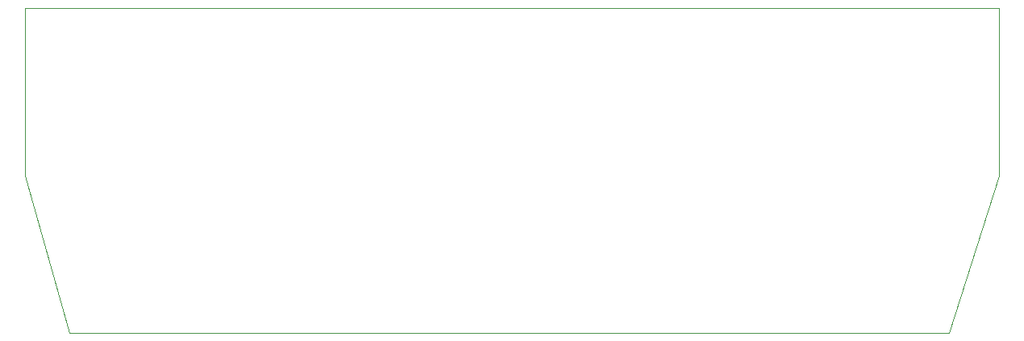
<source format=gm1>
%TF.GenerationSoftware,KiCad,Pcbnew,8.0.1*%
%TF.CreationDate,2024-06-26T21:25:31+01:00*%
%TF.ProjectId,MINI_TRUNK_6_MAIN,4d494e49-5f54-4525-954e-4b5f365f4d41,rev?*%
%TF.SameCoordinates,Original*%
%TF.FileFunction,Profile,NP*%
%FSLAX46Y46*%
G04 Gerber Fmt 4.6, Leading zero omitted, Abs format (unit mm)*
G04 Created by KiCad (PCBNEW 8.0.1) date 2024-06-26 21:25:31*
%MOMM*%
%LPD*%
G01*
G04 APERTURE LIST*
%TA.AperFunction,Profile*%
%ADD10C,0.050000*%
%TD*%
G04 APERTURE END LIST*
D10*
X211290000Y-119180000D02*
X118980000Y-119180000D01*
X114270000Y-85070000D02*
X216540000Y-85070000D01*
X216540000Y-102720000D02*
X211290000Y-119180000D01*
X114270000Y-102720000D02*
X118980000Y-119180000D01*
X114270000Y-85070000D02*
X114270000Y-102720000D01*
X216540000Y-85070000D02*
X216540000Y-102720000D01*
M02*

</source>
